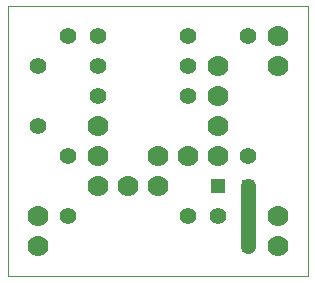
<source format=gtl>
G75*
%MOIN*%
%OFA0B0*%
%FSLAX25Y25*%
%IPPOS*%
%LPD*%
%AMOC8*
5,1,8,0,0,1.08239X$1,22.5*
%
%ADD10C,0.00000*%
%ADD11C,0.05543*%
%ADD12R,0.04756X0.04756*%
%ADD13C,0.07000*%
%ADD14C,0.05000*%
%ADD15R,0.03962X0.03962*%
D10*
X0031115Y0005240D02*
X0031115Y0095240D01*
X0131115Y0095240D01*
X0131115Y0005240D01*
X0031115Y0005240D01*
D11*
X0051115Y0025240D03*
X0051115Y0045240D03*
X0041115Y0055240D03*
X0061115Y0065240D03*
X0061115Y0075240D03*
X0061115Y0085240D03*
X0051115Y0085240D03*
X0041115Y0075240D03*
X0091115Y0075240D03*
X0091115Y0085240D03*
X0111115Y0085240D03*
X0091115Y0065240D03*
X0111115Y0045240D03*
X0101115Y0025240D03*
X0091115Y0025240D03*
D12*
X0101115Y0035240D03*
D13*
X0101115Y0045240D03*
X0091115Y0045240D03*
X0081115Y0045240D03*
X0081115Y0035240D03*
X0071115Y0035240D03*
X0061115Y0035240D03*
X0061115Y0045240D03*
X0061115Y0055240D03*
X0101115Y0055240D03*
X0101115Y0065240D03*
X0101115Y0075240D03*
X0121115Y0075240D03*
X0121115Y0085240D03*
X0121115Y0025240D03*
X0121115Y0015240D03*
X0041115Y0015240D03*
X0041115Y0025240D03*
D14*
X0111115Y0035240D02*
X0111115Y0015240D01*
D15*
X0111115Y0015240D03*
X0111115Y0035240D03*
M02*

</source>
